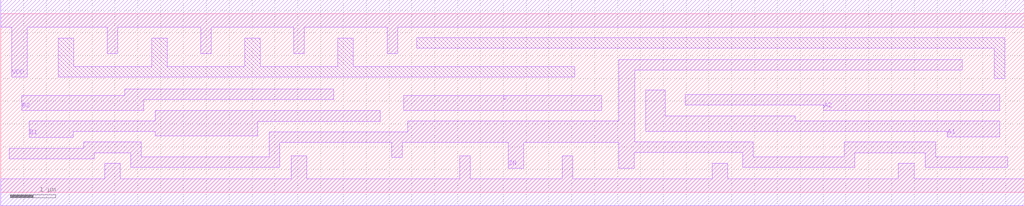
<source format=lef>
# Copyright 2022 GlobalFoundries PDK Authors
#
# Licensed under the Apache License, Version 2.0 (the "License");
# you may not use this file except in compliance with the License.
# You may obtain a copy of the License at
#
#      http://www.apache.org/licenses/LICENSE-2.0
#
# Unless required by applicable law or agreed to in writing, software
# distributed under the License is distributed on an "AS IS" BASIS,
# WITHOUT WARRANTIES OR CONDITIONS OF ANY KIND, either express or implied.
# See the License for the specific language governing permissions and
# limitations under the License.

MACRO gf180mcu_fd_sc_mcu7t5v0__aoi221_4
  CLASS core ;
  FOREIGN gf180mcu_fd_sc_mcu7t5v0__aoi221_4 0.0 0.0 ;
  ORIGIN 0 0 ;
  SYMMETRY X Y ;
  SITE GF018hv5v_mcu_sc7 ;
  SIZE 22.4 BY 3.92 ;
  PIN A1
    DIRECTION INPUT ;
    ANTENNAGATEAREA 4.278 ;
    PORT
      LAYER METAL1 ;
        POLYGON 14.12 1.335 20.72 1.335 20.72 1.22 21.865 1.22 21.865 1.57 17.39 1.57 17.39 1.675 14.55 1.675 14.55 2.245 14.12 2.245  ;
    END
  END A1
  PIN A2
    DIRECTION INPUT ;
    ANTENNAGATEAREA 4.278 ;
    PORT
      LAYER METAL1 ;
        POLYGON 14.98 1.91 18.01 1.91 18.01 1.8 21.865 1.8 21.865 2.14 14.98 2.14  ;
    END
  END A2
  PIN B1
    DIRECTION INPUT ;
    ANTENNAGATEAREA 3.918 ;
    PORT
      LAYER METAL1 ;
        POLYGON 0.62 1.2 1.59 1.2 1.59 1.33 3.38 1.33 3.38 1.24 5.63 1.24 5.63 1.555 8.31 1.555 8.31 1.79 3.38 1.79 3.38 1.56 0.62 1.56  ;
    END
  END B1
  PIN B2
    DIRECTION INPUT ;
    ANTENNAGATEAREA 3.918 ;
    PORT
      LAYER METAL1 ;
        POLYGON 0.465 1.8 3.125 1.8 3.125 2.04 7.29 2.04 7.29 2.27 2.71 2.27 2.71 2.12 0.465 2.12  ;
    END
  END B2
  PIN C
    DIRECTION INPUT ;
    ANTENNAGATEAREA 3.582 ;
    PORT
      LAYER METAL1 ;
        POLYGON 8.82 1.8 13.16 1.8 13.16 2.12 8.82 2.12  ;
    END
  END C
  PIN ZN
    DIRECTION OUTPUT ;
    ANTENNADIFFAREA 5.3055 ;
    PORT
      LAYER METAL1 ;
        POLYGON 0.19 0.73 2.05 0.73 2.05 0.87 2.85 0.87 2.85 0.545 6.11 0.545 6.11 1.095 8.555 1.095 8.555 0.765 8.785 0.765 8.785 1.095 11.11 1.095 11.11 0.53 11.45 0.53 11.45 1.095 13.53 1.095 13.53 0.53 13.87 0.53 13.87 0.875 16.24 0.875 16.24 0.545 18.69 0.545 18.69 0.87 20.24 0.87 20.24 0.545 22.04 0.545 22.04 0.775 20.47 0.775 20.47 1.105 18.46 1.105 18.46 0.78 16.47 0.78 16.47 1.105 13.88 1.105 13.88 2.68 21.05 2.68 21.05 2.91 13.53 2.91 13.53 1.56 8.905 1.56 8.905 1.325 5.88 1.325 5.88 0.78 3.08 0.78 3.08 1.1 1.82 1.1 1.82 0.96 0.19 0.96  ;
    END
  END ZN
  PIN VDD
    DIRECTION INOUT ;
    USE power ;
    SHAPE ABUTMENT ;
    PORT
      LAYER METAL1 ;
        POLYGON 0 3.62 0.24 3.62 0.24 2.53 0.58 2.53 0.58 3.62 2.335 3.62 2.335 3.04 2.565 3.04 2.565 3.62 4.375 3.62 4.375 3.04 4.605 3.04 4.605 3.62 6.415 3.62 6.415 3.04 6.645 3.04 6.645 3.62 8.455 3.62 8.455 3.04 8.685 3.04 8.685 3.62 21.975 3.62 22.4 3.62 22.4 4.22 21.975 4.22 0 4.22  ;
    END
  END VDD
  PIN VSS
    DIRECTION INOUT ;
    USE ground ;
    SHAPE ABUTMENT ;
    PORT
      LAYER METAL1 ;
        POLYGON 0 -0.3 22.4 -0.3 22.4 0.3 19.99 0.3 19.99 0.64 19.65 0.64 19.65 0.3 15.91 0.3 15.91 0.64 15.57 0.64 15.57 0.3 12.515 0.3 12.515 0.795 12.285 0.795 12.285 0.3 10.275 0.3 10.275 0.795 10.045 0.795 10.045 0.3 6.7 0.3 6.7 0.795 6.36 0.795 6.36 0.3 2.62 0.3 2.62 0.64 2.28 0.64 2.28 0.3 0 0.3  ;
    END
  END VSS
  OBS
      LAYER METAL1 ;
        POLYGON 1.26 2.53 12.56 2.53 12.56 2.76 7.72 2.76 7.72 3.38 7.38 3.38 7.38 2.76 5.68 2.76 5.68 3.38 5.34 3.38 5.34 2.76 3.64 2.76 3.64 3.38 3.3 3.38 3.3 2.76 1.6 2.76 1.6 3.38 1.26 3.38  ;
        POLYGON 9.11 3.16 21.745 3.16 21.745 2.5 21.975 2.5 21.975 3.39 9.11 3.39  ;
  END
END gf180mcu_fd_sc_mcu7t5v0__aoi221_4

</source>
